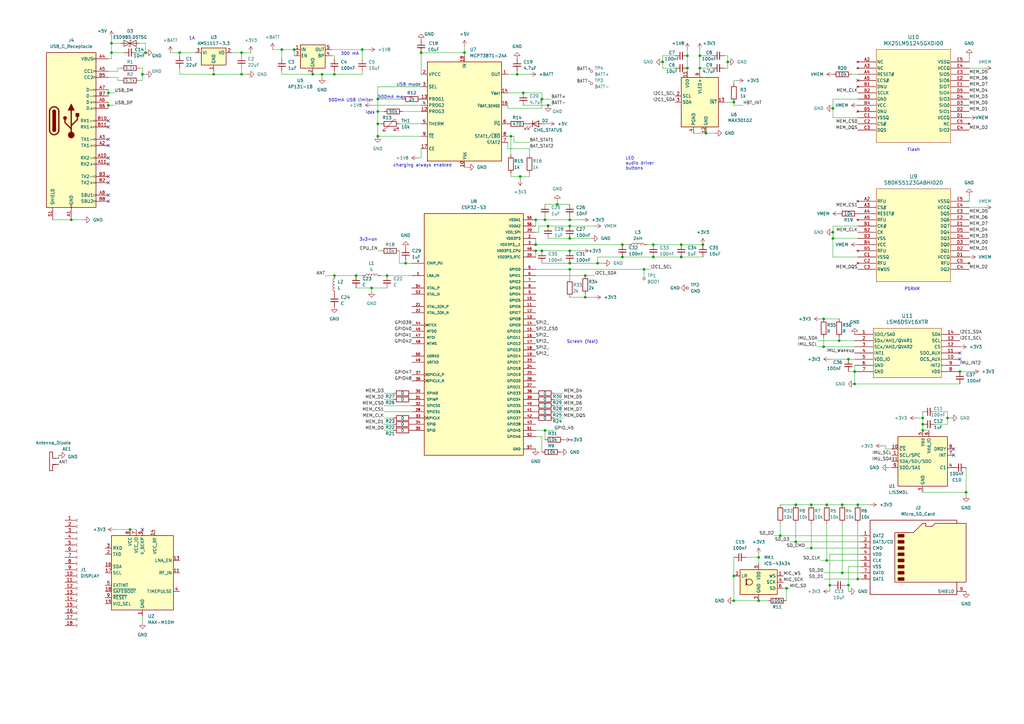
<source format=kicad_sch>
(kicad_sch (version 20230121) (generator eeschema)
  (paper "A3")
  (junction (at 255.27 105.41))
  (junction (at 99.06 30.48))
  (junction (at 339.09 207.01))
  (junction (at 326.39 222.25))
  (junction (at 233.68 90.17))
  (junction (at 311.15 228.6))
  (junction (at 219.71 100.33))
  (junction (at 154.94 45.72))
  (junction (at 45.72 17.78))
  (junction (at 347.98 147.32))
  (junction (at 222.25 102.87))
  (junction (at 190.5 21.59))
  (junction (at 120.65 20.32))
  (junction (at 115.57 20.32))
  (junction (at 378.46 173.99))
  (junction (at 137.16 113.03))
  (junction (at 337.82 130.81))
  (junction (at 345.44 207.01))
  (junction (at 388.62 171.45))
  (junction (at 281.94 27.94))
  (junction (at 154.94 50.8))
  (junction (at 166.37 107.95))
  (junction (at 341.63 44.45))
  (junction (at 154.94 55.88))
  (junction (at 298.45 25.4))
  (junction (at 240.03 121.92))
  (junction (at 45.72 21.59))
  (junction (at 222.25 40.64))
  (junction (at 29.21 90.17))
  (junction (at 300.99 236.22))
  (junction (at 340.36 240.03))
  (junction (at 212.09 30.48))
  (junction (at 271.78 25.4))
  (junction (at 44.45 38.1))
  (junction (at 53.34 217.17))
  (junction (at 219.71 90.17))
  (junction (at 326.39 207.01))
  (junction (at 396.24 201.93))
  (junction (at 87.63 30.48))
  (junction (at 345.44 234.95))
  (junction (at 209.55 55.88))
  (junction (at 300.99 41.91))
  (junction (at 158.75 113.03))
  (junction (at 267.97 100.33))
  (junction (at 332.74 207.01))
  (junction (at 233.68 102.87))
  (junction (at 233.68 107.95))
  (junction (at 255.27 100.33))
  (junction (at 44.45 43.18))
  (junction (at 279.4 105.41))
  (junction (at 154.94 40.64))
  (junction (at 99.06 21.59))
  (junction (at 344.17 139.7))
  (junction (at 224.79 43.18))
  (junction (at 223.52 176.53))
  (junction (at 378.46 176.53))
  (junction (at 228.6 83.82))
  (junction (at 287.02 22.86))
  (junction (at 152.4 118.11))
  (junction (at 137.16 30.48))
  (junction (at 351.79 237.49))
  (junction (at 146.05 113.03))
  (junction (at 378.46 171.45))
  (junction (at 350.52 157.48))
  (junction (at 287.02 27.94))
  (junction (at 341.63 97.79))
  (junction (at 289.56 54.61))
  (junction (at 347.98 240.03))
  (junction (at 219.71 102.87))
  (junction (at 214.63 38.1))
  (junction (at 233.68 110.49))
  (junction (at 281.94 22.86))
  (junction (at 148.59 20.32))
  (junction (at 58.42 30.48))
  (junction (at 59.69 21.59))
  (junction (at 213.36 72.39))
  (junction (at 350.52 152.4))
  (junction (at 339.09 229.87))
  (junction (at 332.74 224.79))
  (junction (at 223.52 90.17))
  (junction (at 267.97 105.41))
  (junction (at 240.03 113.03))
  (junction (at 172.72 21.59))
  (junction (at 279.4 100.33))
  (junction (at 337.82 142.24))
  (junction (at 322.58 241.3))
  (junction (at 224.79 92.71))
  (junction (at 245.11 107.95))
  (junction (at 128.27 30.48))
  (junction (at 341.63 95.25))
  (junction (at 233.68 97.79))
  (junction (at 351.79 207.01))
  (junction (at 300.99 246.38))
  (junction (at 73.66 21.59))
  (junction (at 393.7 152.4))
  (junction (at 320.04 219.71))
  (junction (at 288.29 100.33))
  (junction (at 132.08 30.48))
  (junction (at 233.68 92.71))
  (junction (at 264.16 110.49))
  (junction (at 311.15 246.38))
  (no_connect (at 44.45 82.55))
  (no_connect (at 393.7 144.78))
  (no_connect (at 351.79 33.02))
  (no_connect (at 44.45 57.15))
  (no_connect (at 391.16 184.15))
  (no_connect (at 391.16 186.69))
  (no_connect (at 393.7 147.32))
  (no_connect (at 44.45 59.69))
  (no_connect (at 44.45 74.93))
  (no_connect (at 44.45 80.01))
  (no_connect (at 58.42 217.17))
  (no_connect (at 44.45 49.53))
  (no_connect (at 44.45 67.31))
  (no_connect (at 44.45 72.39))
  (no_connect (at 44.45 52.07))
  (no_connect (at 44.45 64.77))
  (wire (pts (xy 292.1 22.86) (xy 287.02 22.86)))
  (wire (pts (xy 397.51 80.01) (xy 397.51 82.55)))
  (wire (pts (xy 271.78 22.86) (xy 271.78 25.4)))
  (wire (pts (xy 156.21 113.03) (xy 158.75 113.03)))
  (wire (pts (xy 298.45 22.86) (xy 297.18 22.86)))
  (wire (pts (xy 222.25 38.1) (xy 214.63 38.1)))
  (wire (pts (xy 73.66 21.59) (xy 80.01 21.59)))
  (wire (pts (xy 300.99 236.22) (xy 300.99 246.38)))
  (wire (pts (xy 240.03 120.65) (xy 240.03 121.92)))
  (wire (pts (xy 378.46 171.45) (xy 378.46 168.91)))
  (wire (pts (xy 341.63 105.41) (xy 341.63 97.79)))
  (wire (pts (xy 219.71 97.79) (xy 219.71 100.33)))
  (wire (pts (xy 311.15 246.38) (xy 300.99 246.38)))
  (wire (pts (xy 267.97 100.33) (xy 279.4 100.33)))
  (wire (pts (xy 115.57 30.48) (xy 128.27 30.48)))
  (wire (pts (xy 353.06 234.95) (xy 345.44 234.95)))
  (wire (pts (xy 353.06 232.41) (xy 347.98 232.41)))
  (wire (pts (xy 148.59 20.32) (xy 148.59 24.13)))
  (wire (pts (xy 383.54 168.91) (xy 388.62 168.91)))
  (wire (pts (xy 298.45 27.94) (xy 298.45 25.4)))
  (wire (pts (xy 341.63 44.45) (xy 341.63 48.26)))
  (wire (pts (xy 48.26 31.75) (xy 44.45 31.75)))
  (wire (pts (xy 311.15 228.6) (xy 311.15 231.14)))
  (wire (pts (xy 378.46 171.45) (xy 378.46 173.99)))
  (wire (pts (xy 292.1 27.94) (xy 287.02 27.94)))
  (wire (pts (xy 217.17 72.39) (xy 217.17 71.12)))
  (wire (pts (xy 347.98 147.32) (xy 350.52 147.32)))
  (wire (pts (xy 166.37 107.95) (xy 168.91 107.95)))
  (wire (pts (xy 21.59 90.17) (xy 29.21 90.17)))
  (wire (pts (xy 323.85 222.25) (xy 326.39 222.25)))
  (wire (pts (xy 135.89 20.32) (xy 148.59 20.32)))
  (wire (pts (xy 48.26 27.94) (xy 48.26 29.21)))
  (wire (pts (xy 228.6 83.82) (xy 233.68 83.82)))
  (wire (pts (xy 87.63 29.21) (xy 87.63 30.48)))
  (wire (pts (xy 341.63 92.71) (xy 351.79 92.71)))
  (wire (pts (xy 191.77 68.58) (xy 190.5 68.58)))
  (wire (pts (xy 267.97 105.41) (xy 279.4 105.41)))
  (wire (pts (xy 378.46 201.93) (xy 396.24 201.93)))
  (wire (pts (xy 59.69 17.78) (xy 59.69 21.59)))
  (wire (pts (xy 340.36 240.03) (xy 341.63 240.03)))
  (wire (pts (xy 364.49 191.77) (xy 365.76 191.77)))
  (wire (pts (xy 233.68 110.49) (xy 219.71 110.49)))
  (wire (pts (xy 219.71 176.53) (xy 223.52 176.53)))
  (wire (pts (xy 58.42 27.94) (xy 57.15 27.94)))
  (wire (pts (xy 137.16 22.86) (xy 135.89 22.86)))
  (wire (pts (xy 351.79 105.41) (xy 341.63 105.41)))
  (wire (pts (xy 340.36 147.32) (xy 347.98 147.32)))
  (wire (pts (xy 326.39 214.63) (xy 326.39 222.25)))
  (wire (pts (xy 356.87 207.01) (xy 351.79 207.01)))
  (wire (pts (xy 233.68 92.71) (xy 243.84 92.71)))
  (wire (pts (xy 154.94 102.87) (xy 156.21 102.87)))
  (wire (pts (xy 223.52 88.9) (xy 223.52 90.17)))
  (wire (pts (xy 337.82 142.24) (xy 350.52 142.24)))
  (wire (pts (xy 363.22 182.88) (xy 363.22 184.15)))
  (wire (pts (xy 165.1 45.72) (xy 172.72 45.72)))
  (wire (pts (xy 287.02 22.86) (xy 287.02 27.94)))
  (wire (pts (xy 276.86 22.86) (xy 271.78 22.86)))
  (wire (pts (xy 99.06 30.48) (xy 87.63 30.48)))
  (wire (pts (xy 298.45 25.4) (xy 298.45 22.86)))
  (wire (pts (xy 339.09 207.01) (xy 345.44 207.01)))
  (wire (pts (xy 208.28 60.96) (xy 217.17 60.96)))
  (wire (pts (xy 289.56 54.61) (xy 284.48 54.61)))
  (wire (pts (xy 231.14 171.45) (xy 227.33 171.45)))
  (wire (pts (xy 224.79 92.71) (xy 233.68 92.71)))
  (wire (pts (xy 231.14 163.83) (xy 227.33 163.83)))
  (wire (pts (xy 287.02 20.32) (xy 287.02 22.86)))
  (wire (pts (xy 281.94 27.94) (xy 281.94 22.86)))
  (wire (pts (xy 46.99 217.17) (xy 53.34 217.17)))
  (wire (pts (xy 157.48 163.83) (xy 161.29 163.83)))
  (wire (pts (xy 341.63 97.79) (xy 341.63 95.25)))
  (wire (pts (xy 281.94 29.21) (xy 281.94 27.94)))
  (wire (pts (xy 101.6 30.48) (xy 99.06 30.48)))
  (wire (pts (xy 233.68 90.17) (xy 238.76 90.17)))
  (wire (pts (xy 58.42 252.73) (xy 58.42 255.27)))
  (wire (pts (xy 44.45 43.18) (xy 46.99 43.18)))
  (wire (pts (xy 137.16 30.48) (xy 148.59 30.48)))
  (wire (pts (xy 393.7 157.48) (xy 350.52 157.48)))
  (wire (pts (xy 172.72 21.59) (xy 190.5 21.59)))
  (wire (pts (xy 240.03 113.03) (xy 219.71 113.03)))
  (wire (pts (xy 209.55 72.39) (xy 213.36 72.39)))
  (wire (pts (xy 208.28 44.45) (xy 222.25 44.45)))
  (wire (pts (xy 335.28 139.7) (xy 344.17 139.7)))
  (wire (pts (xy 219.71 100.33) (xy 255.27 100.33)))
  (wire (pts (xy 132.08 30.48) (xy 128.27 30.48)))
  (wire (pts (xy 157.48 161.29) (xy 161.29 161.29)))
  (wire (pts (xy 233.68 110.49) (xy 264.16 110.49)))
  (wire (pts (xy 264.16 110.49) (xy 264.16 114.3)))
  (wire (pts (xy 247.65 107.95) (xy 245.11 107.95)))
  (wire (pts (xy 44.45 38.1) (xy 44.45 39.37)))
  (wire (pts (xy 115.57 29.21) (xy 115.57 30.48)))
  (wire (pts (xy 44.45 38.1) (xy 46.99 38.1)))
  (wire (pts (xy 233.68 121.92) (xy 240.03 121.92)))
  (wire (pts (xy 44.45 41.91) (xy 44.45 43.18)))
  (wire (pts (xy 326.39 222.25) (xy 353.06 222.25)))
  (wire (pts (xy 222.25 40.64) (xy 226.06 40.64)))
  (wire (pts (xy 403.86 85.09) (xy 397.51 85.09)))
  (wire (pts (xy 157.48 171.45) (xy 161.29 171.45)))
  (wire (pts (xy 339.09 214.63) (xy 339.09 229.87)))
  (wire (pts (xy 49.53 27.94) (xy 48.26 27.94)))
  (wire (pts (xy 245.11 105.41) (xy 255.27 105.41)))
  (wire (pts (xy 219.71 102.87) (xy 222.25 102.87)))
  (wire (pts (xy 396.24 203.2) (xy 396.24 201.93)))
  (wire (pts (xy 48.26 29.21) (xy 44.45 29.21)))
  (wire (pts (xy 157.48 176.53) (xy 161.29 176.53)))
  (wire (pts (xy 340.36 227.33) (xy 340.36 240.03)))
  (wire (pts (xy 45.72 21.59) (xy 50.8 21.59)))
  (wire (pts (xy 300.99 43.18) (xy 300.99 41.91)))
  (wire (pts (xy 344.17 139.7) (xy 350.52 139.7)))
  (wire (pts (xy 95.25 21.59) (xy 99.06 21.59)))
  (wire (pts (xy 231.14 168.91) (xy 227.33 168.91)))
  (wire (pts (xy 255.27 100.33) (xy 257.81 100.33)))
  (wire (pts (xy 59.69 30.48) (xy 58.42 30.48)))
  (wire (pts (xy 222.25 40.64) (xy 222.25 38.1)))
  (wire (pts (xy 214.63 43.18) (xy 224.79 43.18)))
  (wire (pts (xy 300.99 41.91) (xy 297.18 41.91)))
  (wire (pts (xy 311.15 227.33) (xy 311.15 228.6)))
  (wire (pts (xy 34.29 90.17) (xy 29.21 90.17)))
  (wire (pts (xy 350.52 152.4) (xy 350.52 157.48)))
  (wire (pts (xy 48.26 33.02) (xy 48.26 31.75)))
  (wire (pts (xy 279.4 105.41) (xy 288.29 105.41)))
  (wire (pts (xy 146.05 118.11) (xy 152.4 118.11)))
  (wire (pts (xy 337.82 130.81) (xy 344.17 130.81)))
  (wire (pts (xy 222.25 107.95) (xy 233.68 107.95)))
  (wire (pts (xy 317.5 219.71) (xy 320.04 219.71)))
  (wire (pts (xy 341.63 97.79) (xy 351.79 97.79)))
  (wire (pts (xy 337.82 138.43) (xy 337.82 142.24)))
  (wire (pts (xy 306.07 228.6) (xy 311.15 228.6)))
  (wire (pts (xy 326.39 207.01) (xy 332.74 207.01)))
  (wire (pts (xy 154.94 35.56) (xy 172.72 35.56)))
  (wire (pts (xy 154.94 50.8) (xy 154.94 55.88)))
  (wire (pts (xy 133.35 113.03) (xy 137.16 113.03)))
  (wire (pts (xy 337.82 234.95) (xy 345.44 234.95)))
  (wire (pts (xy 152.4 118.11) (xy 158.75 118.11)))
  (wire (pts (xy 220.98 95.25) (xy 220.98 92.71)))
  (wire (pts (xy 345.44 214.63) (xy 345.44 234.95)))
  (wire (pts (xy 287.02 27.94) (xy 287.02 29.21)))
  (wire (pts (xy 58.42 27.94) (xy 58.42 30.48)))
  (wire (pts (xy 240.03 121.92) (xy 243.84 121.92)))
  (wire (pts (xy 163.83 107.95) (xy 166.37 107.95)))
  (wire (pts (xy 137.16 29.21) (xy 137.16 30.48)))
  (wire (pts (xy 222.25 102.87) (xy 233.68 102.87)))
  (wire (pts (xy 132.08 31.75) (xy 132.08 30.48)))
  (wire (pts (xy 320.04 207.01) (xy 326.39 207.01)))
  (wire (pts (xy 57.15 17.78) (xy 59.69 17.78)))
  (wire (pts (xy 265.43 100.33) (xy 267.97 100.33)))
  (wire (pts (xy 223.52 176.53) (xy 223.52 180.34)))
  (wire (pts (xy 99.06 27.94) (xy 99.06 30.48)))
  (wire (pts (xy 154.94 40.64) (xy 154.94 45.72)))
  (wire (pts (xy 163.83 50.8) (xy 172.72 50.8)))
  (wire (pts (xy 137.16 113.03) (xy 146.05 113.03)))
  (wire (pts (xy 341.63 44.45) (xy 341.63 40.64)))
  (wire (pts (xy 222.25 44.45) (xy 222.25 40.64)))
  (wire (pts (xy 271.78 25.4) (xy 271.78 27.94)))
  (wire (pts (xy 58.42 33.02) (xy 57.15 33.02)))
  (wire (pts (xy 45.72 17.78) (xy 49.53 17.78)))
  (wire (pts (xy 231.14 161.29) (xy 227.33 161.29)))
  (wire (pts (xy 297.18 27.94) (xy 298.45 27.94)))
  (wire (pts (xy 336.55 130.81) (xy 337.82 130.81)))
  (wire (pts (xy 336.55 229.87) (xy 339.09 229.87)))
  (wire (pts (xy 304.8 43.18) (xy 300.99 43.18)))
  (wire (pts (xy 349.25 30.48) (xy 351.79 30.48)))
  (wire (pts (xy 69.85 21.59) (xy 73.66 21.59)))
  (wire (pts (xy 351.79 214.63) (xy 351.79 237.49)))
  (wire (pts (xy 293.37 54.61) (xy 289.56 54.61)))
  (wire (pts (xy 378.46 173.99) (xy 378.46 176.53)))
  (wire (pts (xy 332.74 207.01) (xy 339.09 207.01)))
  (wire (pts (xy 361.95 182.88) (xy 363.22 182.88)))
  (wire (pts (xy 388.62 171.45) (xy 388.62 173.99)))
  (wire (pts (xy 341.63 95.25) (xy 341.63 92.71)))
  (wire (pts (xy 73.66 22.86) (xy 73.66 21.59)))
  (wire (pts (xy 152.4 43.18) (xy 172.72 43.18)))
  (wire (pts (xy 111.76 20.32) (xy 115.57 20.32)))
  (wire (pts (xy 344.17 138.43) (xy 344.17 139.7)))
  (wire (pts (xy 223.52 176.53) (xy 227.33 176.53)))
  (wire (pts (xy 388.62 168.91) (xy 388.62 171.45)))
  (wire (pts (xy 44.45 43.18) (xy 44.45 44.45)))
  (wire (pts (xy 45.72 15.24) (xy 45.72 17.78)))
  (wire (pts (xy 49.53 33.02) (xy 48.26 33.02)))
  (wire (pts (xy 223.52 50.8) (xy 224.79 50.8)))
  (wire (pts (xy 212.09 29.21) (xy 212.09 30.48)))
  (wire (pts (xy 388.62 173.99) (xy 383.54 173.99)))
  (wire (pts (xy 322.58 241.3) (xy 322.58 246.38)))
  (wire (pts (xy 223.52 90.17) (xy 219.71 90.17)))
  (wire (pts (xy 351.79 237.49) (xy 337.82 237.49)))
  (wire (pts (xy 209.55 55.88) (xy 210.82 55.88)))
  (wire (pts (xy 208.28 58.42) (xy 208.28 60.96)))
  (wire (pts (xy 223.52 90.17) (xy 233.68 90.17)))
  (wire (pts (xy 120.65 20.32) (xy 120.65 22.86)))
  (wire (pts (xy 219.71 105.41) (xy 219.71 102.87)))
  (wire (pts (xy 190.5 21.59) (xy 190.5 22.86)))
  (wire (pts (xy 213.36 73.66) (xy 213.36 72.39)))
  (wire (pts (xy 264.16 110.49) (xy 266.7 110.49)))
  (wire (pts (xy 208.28 55.88) (xy 209.55 55.88)))
  (wire (pts (xy 115.57 24.13) (xy 115.57 20.32)))
  (wire (pts (xy 397.51 22.86) (xy 397.51 25.4)))
  (wire (pts (xy 322.58 241.3) (xy 323.85 241.3)))
  (wire (pts (xy 219.71 90.17) (xy 219.71 92.71)))
  (wire (pts (xy 157.48 166.37) (xy 168.91 166.37)))
  (wire (pts (xy 148.59 113.03) (xy 146.05 113.03)))
  (wire (pts (xy 58.42 30.48) (xy 58.42 33.02)))
  (wire (pts (xy 190.5 19.05) (xy 190.5 21.59)))
  (wire (pts (xy 350.52 149.86) (xy 350.52 152.4)))
  (wire (pts (xy 233.68 88.9) (xy 233.68 90.17)))
  (wire (pts (xy 233.68 102.87) (xy 238.76 102.87)))
  (wire (pts (xy 45.72 21.59) (xy 45.72 24.13)))
  (wire (pts (xy 228.6 82.55) (xy 228.6 83.82)))
  (wire (pts (xy 148.59 20.32) (xy 151.13 20.32)))
  (wire (pts (xy 330.2 224.79) (xy 332.74 224.79)))
  (wire (pts (xy 148.59 29.21) (xy 148.59 30.48)))
  (wire (pts (xy 73.66 30.48) (xy 73.66 27.94)))
  (wire (pts (xy 73.66 30.48) (xy 87.63 30.48)))
  (wire (pts (xy 45.72 17.78) (xy 45.72 21.59)))
  (wire (pts (xy 53.34 217.17) (xy 55.88 217.17)))
  (wire (pts (xy 353.06 227.33) (xy 340.36 227.33)))
  (wire (pts (xy 166.37 106.68) (xy 166.37 107.95)))
  (wire (pts (xy 208.28 43.18) (xy 208.28 44.45)))
  (wire (pts (xy 363.22 184.15) (xy 365.76 184.15)))
  (wire (pts (xy 389.89 171.45) (xy 388.62 171.45)))
  (wire (pts (xy 115.57 20.32) (xy 120.65 20.32)))
  (wire (pts (xy 45.72 24.13) (xy 44.45 24.13)))
  (wire (pts (xy 212.09 30.48) (xy 208.28 30.48)))
  (wire (pts (xy 231.14 166.37) (xy 227.33 166.37)))
  (wire (pts (xy 210.82 58.42) (xy 217.17 58.42)))
  (wire (pts (xy 213.36 72.39) (xy 217.17 72.39)))
  (wire (pts (xy 222.25 179.07) (xy 222.25 185.42)))
  (wire (pts (xy 353.06 237.49) (xy 351.79 237.49)))
  (wire (pts (xy 233.68 107.95) (xy 245.11 107.95)))
  (wire (pts (xy 378.46 176.53) (xy 381 176.53)))
  (wire (pts (xy 99.06 21.59) (xy 102.87 21.59)))
  (wire (pts (xy 99.06 22.86) (xy 99.06 21.59)))
  (wire (pts (xy 347.98 232.41) (xy 347.98 240.03)))
  (wire (pts (xy 321.31 241.3) (xy 322.58 241.3)))
  (wire (pts (xy 163.83 102.87) (xy 163.83 107.95)))
  (wire (pts (xy 154.94 40.64) (xy 165.1 40.64)))
  (wire (pts (xy 132.08 30.48) (xy 137.16 30.48)))
  (wire (pts (xy 281.94 20.32) (xy 281.94 22.86)))
  (wire (pts (xy 208.28 38.1) (xy 214.63 38.1)))
  (wire (pts (xy 271.78 27.94) (xy 276.86 27.94)))
  (wire (pts (xy 340.36 240.03) (xy 340.36 242.57)))
  (wire (pts (xy 347.98 152.4) (xy 350.52 152.4)))
  (wire (pts (xy 24.13 186.69) (xy 24.13 187.96)))
  (wire (pts (xy 137.16 22.86) (xy 137.16 24.13)))
  (wire (pts (xy 157.48 173.99) (xy 161.29 173.99)))
  (wire (pts (xy 224.79 43.18) (xy 226.06 43.18)))
  (wire (pts (xy 300.99 33.02) (xy 300.99 34.29)))
  (wire (pts (xy 396.24 201.93) (xy 396.24 191.77)))
  (wire (pts (xy 158.75 113.03) (xy 168.91 113.03)))
  (wire (pts (xy 172.72 64.77) (xy 172.72 60.96)))
  (wire (pts (xy 224.79 97.79) (xy 233.68 97.79)))
  (wire (pts (xy 217.17 30.48) (xy 212.09 30.48)))
  (wire (pts (xy 393.7 152.4) (xy 398.78 152.4)))
  (wire (pts (xy 154.94 55.88) (xy 172.72 55.88)))
  (wire (pts (xy 219.71 179.07) (xy 222.25 179.07)))
  (wire (pts (xy 345.44 207.01) (xy 351.79 207.01)))
  (wire (pts (xy 223.52 83.82) (xy 228.6 83.82)))
  (wire (pts (xy 311.15 246.38) (xy 314.96 246.38)))
  (wire (pts (xy 243.84 113.03) (xy 240.03 113.03)))
  (wire (pts (xy 219.71 95.25) (xy 220.98 95.25)))
  (wire (pts (xy 152.4 118.11) (xy 152.4 119.38)))
  (wire (pts (xy 332.74 214.63) (xy 332.74 224.79)))
  (wire (pts (xy 154.94 45.72) (xy 154.94 50.8)))
  (wire (pts (xy 339.09 229.87) (xy 353.06 229.87)))
  (wire (pts (xy 320.04 219.71) (xy 353.06 219.71)))
  (wire (pts (xy 255.27 105.41) (xy 267.97 105.41)))
  (wire (pts (xy 172.72 21.59) (xy 172.72 30.48)))
  (wire (pts (xy 320.04 214.63) (xy 320.04 219.71)))
  (wire (pts (xy 300.99 33.02) (xy 302.26 33.02)))
  (wire (pts (xy 233.68 110.49) (xy 233.68 114.3)))
  (wire (pts (xy 332.74 224.79) (xy 353.06 224.79)))
  (wire (pts (xy 209.55 72.39) (xy 209.55 71.12)))
  (wire (pts (xy 403.86 27.94) (xy 397.51 27.94)))
  (wire (pts (xy 279.4 100.33) (xy 288.29 100.33)))
  (wire (pts (xy 157.48 168.91) (xy 168.91 168.91)))
  (wire (pts (xy 300.99 228.6) (xy 300.99 236.22)))
  (wire (pts (xy 210.82 55.88) (xy 210.82 58.42)))
  (wire (pts (xy 341.63 40.64) (xy 351.79 40.64)))
  (wire (pts (xy 154.94 45.72) (xy 157.48 45.72)))
  (wire (pts (xy 375.92 171.45) (xy 378.46 171.45)))
  (wire (pts (xy 209.55 55.88) (xy 209.55 63.5)))
  (wire (pts (xy 335.28 142.24) (xy 337.82 142.24)))
  (wire (pts (xy 217.17 60.96) (xy 217.17 63.5)))
  (wire (pts (xy 346.71 240.03) (xy 347.98 240.03)))
  (wire (pts (xy 154.94 50.8) (xy 156.21 50.8)))
  (wire (pts (xy 154.94 35.56) (xy 154.94 40.64)))
  (wire (pts (xy 171.45 64.77) (xy 172.72 64.77)))
  (wire (pts (xy 351.79 48.26) (xy 341.63 48.26)))
  (wire (pts (xy 245.11 105.41) (xy 245.11 107.95)))
  (wire (pts (xy 59.69 21.59) (xy 55.88 21.59)))
  (wire (pts (xy 242.57 97.79) (xy 233.68 97.79)))
  (wire (pts (xy 44.45 36.83) (xy 44.45 38.1)))
  (wire (pts (xy 220.98 92.71) (xy 224.79 92.71)))
  (wire (pts (xy 347.98 240.03) (xy 347.98 242.57)))
  (text "USB mode" (at 162.56 35.56 0) (effects (font (size 1.27 1.27)) (justify left bottom)))
  (text "300 mA" (at 139.7 22.86 0) (effects (font (size 1.27 1.27)) (justify left bottom)))
  (text "500mA USB limiter\n" (at 134.62 41.91 0) (effects (font (size 1.27 1.27)) (justify left bottom)))
  (text "Screen (fast)" (at 232.41 140.97 0) (effects (font (size 1.27 1.27)) (justify left bottom)))
  (text "1A" (at 77.47 16.51 0) (effects (font (size 1.27 1.27)) (justify left bottom)))
  (text "idek" (at 149.86 46.99 0) (effects (font (size 1.27 1.27)) (justify left bottom)))
  (text "Flash" (at 372.11 62.23 0) (effects (font (size 1.27 1.27)) (justify left bottom)))
  (text "charging always enabled" (at 161.29 68.58 0) (effects (font (size 1.27 1.27)) (justify left bottom)))
  (text "500mA max" (at 154.94 40.64 0) (effects (font (size 1.27 1.27)) (justify left bottom)))
  (text "3v3=on" (at 147.32 99.06 0) (effects (font (size 1.27 1.27)) (justify left bottom)))
  (text "PSRAM" (at 370.84 119.38 0) (effects (font (size 1.27 1.27)) (justify left bottom)))
  (text "LED\naudio driver\nbuttons" (at 256.54 69.85 0) (effects (font (size 1.27 1.27)) (justify left bottom)))
  (label "MEM_D5" (at 231.14 163.83 0))
  (label "BATT-" (at 242.57 34.29 180))
  (label "MEM_D5" (at 397.51 87.63 0))
  (label "MEM_D1" (at 397.51 102.87 0))
  (label "MEM_CS1" (at 157.48 168.91 180))
  (label "MEM_D2" (at 397.51 110.49 0))
  (label "MEM_D7" (at 397.51 92.71 0))
  (label "MEM_CLK" (at 157.48 171.45 180))
  (label "MIC_SCK" (at 321.31 238.76 0))
  (label "HBT_INT" (at 304.8 43.18 0))
  (label "BATT+" (at 226.06 40.64 0))
  (label "MEM_D3" (at 157.48 161.29 180))
  (label "IMU_Wakeup" (at 350.52 144.78 180))
  (label "I2C1_SDA" (at 243.84 113.03 0))
  (label "MEM_D1" (at 397.51 45.72 0))
  (label "BATT-" (at 226.06 43.18 0))
  (label "MEM_D0" (at 397.51 100.33 0))
  (label "I2C1_SDA" (at 276.86 41.91 180))
  (label "USB_DP" (at 46.99 43.18 0))
  (label "ANT" (at 133.35 113.03 180))
  (label "IMU_SDA" (at 365.76 189.23 180))
  (label "MEM_D6" (at 397.51 33.02 0))
  (label "MIC_SD" (at 323.85 241.3 0))
  (label "MIC_WS" (at 321.31 236.22 0))
  (label "I2C1_SDA" (at 393.7 137.16 0))
  (label "CPU_EN" (at 154.94 102.87 180))
  (label "MEM_D7" (at 397.51 35.56 0))
  (label "I2C1_SCL" (at 393.7 139.7 0))
  (label "MEM_D7" (at 231.14 168.91 0))
  (label "MEM_D6" (at 231.14 166.37 0))
  (label "MEM_CS1" (at 351.79 85.09 180))
  (label "GPIO_45" (at 227.33 176.53 0))
  (label "SPI2_" (at 219.71 146.05 0))
  (label "MEM_CS0" (at 351.79 50.8 180))
  (label "IMU_SCL" (at 365.76 186.69 180))
  (label "MEM_DQS" (at 231.14 171.45 0))
  (label "MEM_CLK" (at 351.79 95.25 180))
  (label "MEM_D0" (at 397.51 43.18 0))
  (label "MEM_CS0" (at 157.48 166.37 180))
  (label "GPIO41" (at 168.91 138.43 180))
  (label "MEM_D5" (at 397.51 30.48 0))
  (label "BAT_STAT1" (at 217.17 58.42 0))
  (label "MEM_D6" (at 397.51 90.17 0))
  (label "SD_D2" (at 317.5 219.71 180))
  (label "MEM_CLK" (at 351.79 38.1 180))
  (label "MEM_D2" (at 397.51 53.34 0))
  (label "MEM_D3" (at 397.51 97.79 0))
  (label "MEM_DQS" (at 351.79 110.49 180))
  (label "SPI2_" (at 219.71 133.35 0))
  (label "BAT_STAT2" (at 217.17 60.96 0))
  (label "SPI2_" (at 219.71 143.51 0))
  (label "GPIO40" (at 168.91 135.89 180))
  (label "SD_CMD" (at 330.2 224.79 180))
  (label "SPI2_" (at 219.71 138.43 0))
  (label "MEM_D3" (at 397.51 40.64 0))
  (label "GPIO39" (at 168.91 133.35 180))
  (label "SPI2_CS0" (at 219.71 135.89 0))
  (label "MEM_D4" (at 231.14 161.29 0))
  (label "USB_DM" (at 46.99 38.1 0))
  (label "ANT" (at 24.13 190.5 0))
  (label "IMU_INT2" (at 393.7 149.86 0))
  (label "GPIO48" (at 168.91 156.21 180))
  (label "SD_D1" (at 337.82 237.49 180))
  (label "MEM_D4" (at 397.51 38.1 0))
  (label "MEM_DQS" (at 351.79 53.34 180))
  (label "I2C1_SCL" (at 266.7 110.49 0))
  (label "IMU_SDA" (at 335.28 139.7 180))
  (label "SD_CLK" (at 336.55 229.87 180))
  (label "IMU_SCL" (at 335.28 142.24 180))
  (label "MEM_D0" (at 157.48 176.53 180))
  (label "MEM_D4" (at 397.51 95.25 0))
  (label "MEM_D1" (at 157.48 173.99 180))
  (label "SD_D3" (at 323.85 222.25 180))
  (label "SPI2_" (at 219.71 140.97 0))
  (label "BATT+" (at 242.57 29.21 180))
  (label "I2C1_SCL" (at 276.86 39.37 180))
  (label "GPIO47" (at 168.91 153.67 180))
  (label "MEM_D2" (at 157.48 163.83 180))
  (label "SD_D0" (at 337.82 234.95 180))
  (label "GPIO42" (at 168.91 140.97 180))
  (symbol (lib_id "power:GND") (at 229.87 185.42 90) (unit 1)
    (property "Reference" "#PWR027" (effects hide))
    (property "Value" "GND" (at 233.68 185.42 90) (effects (justify right)))
  )
  (symbol (lib_id "power:+3V3") (at 231.14 180.34 270) (unit 1)
    (property "Reference" "#PWR066" (effects hide))
    (property "Value" "+3V3" (at 236.22 180.34 90))
  )
  (symbol (lib_id "Battery_Management:MCP73871-2AA") (at 190.5 45.72 0) (unit 1)
    (property "Reference" "U7" (at 192.6941 20.32 0) (effects (justify left)))
    (property "Value" "MCP73871-2AA" (at 192.6941 22.86 0) (effects (justify left)))
    (property "Footprint" "Package_DFN_QFN:QFN-20-1EP_4x4mm_P0.5mm_EP2.5x2.5mm" (effects hide))
    (property "Datasheet" "http://www.mouser.com/ds/2/268/22090a-52174.pdf" (effects hide))
  )
  (symbol (lib_id "Device:C_Small") (at 223.52 86.36 0) (unit 1)
    (property "Reference" "C25" (at 226.06 85.0963 0) (effects (justify left)))
    (property "Value" "1uF" (at 226.06 87.6363 0) (effects (justify left)))
    (property "Footprint" "Capacitor_SMD:C_0402_1005Metric" (effects hide))
  )
  (symbol (lib_id "power:GND") (at 212.09 24.13 180) (unit 1)
    (property "Reference" "#PWR041" (effects hide))
    (property "Value" "GND" (at 212.09 19.05 0))
  )
  (symbol (lib_id "power:+3V3") (at 46.99 217.17 90) (unit 1)
    (property "Reference" "#PWR026" (effects hide))
    (property "Value" "+3V3" (at 38.1 217.17 90) (effects (justify right)))
  )
  (symbol (lib_id "power:+1V8") (at 171.45 64.77 90) (unit 1)
    (property "Reference" "#PWR030" (effects hide))
    (property "Value" "+1V8" (at 167.64 64.77 90) (effects (justify left)))
  )
  (symbol (lib_id "Device:C_Small") (at 214.63 40.64 0) (unit 1)
    (property "Reference" "C20" (at 217.17 39.3763 0) (effects (justify left)))
    (property "Value" "4.7uF" (at 217.17 41.9163 0) (effects (justify left)))
    (property "Footprint" "Capacitor_SMD:C_0603_1608Metric" (effects hide))
  )
  (symbol (lib_id "Device:C_Small") (at 137.16 123.19 0) (unit 1)
    (property "Reference" "C24" (at 139.7 121.9263 0) (effects (justify left)))
    (property "Value" "C" (at 139.7 124.4663 0) (effects (justify left)))
  )
  (symbol (lib_id "Device:C_Small") (at 279.4 102.87 0) (unit 1)
    (property "Reference" "C34" (at 281.94 101.6063 0) (effects (justify left)))
    (property "Value" "1uF" (at 281.94 104.1463 0) (effects (justify left)))
    (property "Footprint" "Capacitor_SMD:C_0402_1005Metric" (effects hide))
  )
  (symbol (lib_id "Device:C_Small") (at 344.17 240.03 270) (unit 1)
    (property "Reference" "C13" (at 344.17 242.57 90))
    (property "Value" "10uF" (at 344.17 245.11 90))
    (property "Footprint" "Capacitor_SMD:C_0402_1005Metric" (effects hide))
  )
  (symbol (lib_id "power:+1V8") (at 152.4 43.18 90) (unit 1)
    (property "Reference" "#PWR031" (effects hide))
    (property "Value" "+1V8" (at 148.59 43.18 90) (effects (justify left)))
  )
  (symbol (lib_id "Device:R") (at 240.03 116.84 0) (unit 1)
    (property "Reference" "R34" (at 241.3 115.57 0) (effects (justify left)))
    (property "Value" "2k" (at 241.3 118.11 0) (effects (justify left)))
    (property "Footprint" "Resistor_SMD:R_0402_1005Metric" (effects hide))
  )
  (symbol (lib_id "Device:Antenna_Dipole") (at 19.05 190.5 90) (unit 1)
    (property "Reference" "AE1" (at 29.21 184.15 90) (effects (justify left)))
    (property "Value" "Antenna_Dipole" (at 29.21 181.61 90) (effects (justify left)))
    (property "Footprint" "RF_Antenna:Texas_SWRA117D_2.4GHz_Right" (effects hide))
  )
  (symbol (lib_id "Device:C_Small") (at 255.27 102.87 0) (unit 1)
    (property "Reference" "C32" (at 257.81 101.6063 0) (effects (justify left)))
    (property "Value" "100nF" (at 257.81 104.1463 0) (effects (justify left)))
    (property "Footprint" "Capacitor_SMD:C_0201_0603Metric" (effects hide))
  )
  (symbol (lib_id "Connector:Conn_01x18_Socket") (at 31.75 233.68 0) (unit 1)
    (property "Reference" "J1" (at 33.02 233.68 0) (effects (justify left)))
    (property "Value" "DISPLAY" (at 33.02 236.22 0) (effects (justify left)))
    (property "Footprint" "Connector_FFC-FPC:Hirose_FH12-18S-0.5SH_1x18-1MP_P0.50mm_Horizontal" (effects hide))
  )
  (symbol (lib_id "power:GND") (at 389.89 171.45 90) (unit 1)
    (property "Reference" "#PWR018" (effects hide))
    (property "Value" "GND" (at 393.7 171.45 90) (effects (justify right)))
  )
  (symbol (lib_id "power:VMEM") (at 243.84 92.71 270) (unit 1)
    (property "Reference" "#PWR053" (effects hide))
    (property "Value" "VMEM" (at 247.65 92.71 90) (effects (justify left)))
  )
  (symbol (lib_id "power:VMEM") (at 344.17 87.63 90) (unit 1)
    (property "Reference" "#PWR054" (effects hide))
    (property "Value" "VMEM" (at 340.36 87.63 90) (effects (justify left)))
  )
  (symbol (lib_id "power:+3V3") (at 243.84 121.92 270) (unit 1)
    (property "Reference" "#PWR073" (effects hide))
    (property "Value" "+3V3" (at 247.65 121.92 90) (effects (justify left)))
  )
  (symbol (lib_id "power:GND") (at 281.94 118.11 270) (unit 1)
    (property "Reference" "#PWR033" (effects hide))
    (property "Value" "GND" (at 276.86 118.11 90))
  )
  (symbol (lib_id "RF_GPS:MAX-M10M") (at 58.42 234.95 0) (unit 1)
    (property "Reference" "U2" (at 60.6141 252.73 0) (effects (justify left)))
    (property "Value" "MAX-M10M" (at 60.6141 255.27 0) (effects (justify left)))
    (property "Footprint" "RF_GPS:ublox_MAX" (effects hide))
    (property "Datasheet" "https://content.u-blox.com/sites/default/files/documents/MAX-M10M_DataSheet_UBX-22028884.pdf" (effects hide))
  )
  (symbol (lib_id "power:GND") (at 219.71 184.15 0) (unit 1)
    (property "Reference" "#PWR055" (effects hide))
    (property "Value" "GND" (at 219.71 189.23 0))
  )
  (symbol (lib_id "Device:C_Small") (at 99.06 25.4 0) (unit 1)
    (property "Reference" "C2" (at 101.6 24.1363 0) (effects (justify left)))
    (property "Value" "22uF" (at 101.6 26.6763 0) (effects (justify left)))
    (property "Footprint" "Capacitor_SMD:C_0603_1608Metric" (effects hide))
  )
  (symbol (lib_id "Device:R") (at 344.17 134.62 0) (unit 1)
    (property "Reference" "R36" (at 345.44 133.35 0) (effects (justify left)))
    (property "Value" "R" (at 345.44 135.89 0) (effects (justify left)))
    (property "Footprint" "Resistor_SMD:R_0402_1005Metric" (effects hide))
  )
  (symbol (lib_id "Device:R") (at 165.1 161.29 90) (unit 1)
    (property "Reference" "R27" (at 160.02 162.56 90))
    (property "Value" "0" (at 165.1 161.29 90))
    (property "Footprint" "Resistor_SMD:R_0402_1005Metric" (effects hide))
  )
  (symbol (lib_id "Device:R") (at 347.98 87.63 90) (unit 1)
    (property "Reference" "R19" (at 347.98 90.17 90))
    (property "Value" "10k" (at 347.98 87.63 90))
    (property "Footprint" "Resistor_SMD:R_0402_1005Metric" (effects hide))
  )
  (symbol (lib_id "power:+5V") (at 190.5 19.05 0) (unit 1)
    (property "Reference" "#PWR034" (effects hide))
    (property "Value" "+5V" (at 190.5 13.97 0))
  )
  (symbol (lib_id "power:VMEM") (at 397.51 48.26 270) (unit 1)
    (property "Reference" "#PWR064" (effects hide))
    (property "Value" "VMEM" (at 400.05 48.26 90) (effects (justify left)))
  )
  (symbol (lib_id "Device:R") (at 223.52 171.45 270) (mirror x) (unit 1)
    (property "Reference" "R24" (at 228.6 172.72 90))
    (property "Value" "0" (at 223.52 171.45 90))
    (property "Footprint" "Resistor_SMD:R_0402_1005Metric" (effects hide))
  )
  (symbol (lib_id "Connector:TestPoint_Small") (at 264.16 114.3 0) (unit 1)
    (property "Reference" "TP1" (at 265.43 113.03 0) (effects (justify left)))
    (property "Value" "BOOT" (at 265.43 115.57 0) (effects (justify left)))
    (property "Footprint" "TestPoint:TestPoint_Pad_D2.0mm" (effects hide))
  )
  (symbol (lib_id "Device:R") (at 165.1 171.45 90) (unit 1)
    (property "Reference" "R23" (at 160.02 172.72 90))
    (property "Value" "0" (at 165.1 171.45 90))
    (property "Footprint" "Resistor_SMD:R_0402_1005Metric" (effects hide))
  )
  (symbol (lib_id "power:VMEM") (at 341.63 30.48 90) (unit 1)
    (property "Reference" "#PWR060" (effects hide))
    (property "Value" "VMEM" (at 337.82 30.48 90) (effects (justify left)))
  )
  (symbol (lib_id "Connector:TestPoint_Small") (at 242.57 29.21 0) (unit 1)
    (property "Reference" "TP4" (at 243.84 27.94 0) (effects (justify left)))
    (property "Value" "BATT+" (at 243.84 30.48 0) (effects (justify left)))
    (property "Footprint" "TestPoint:TestPoint_Pad_D2.5mm" (effects hide))
  )
  (symbol (lib_id "power:VMEM") (at 351.79 100.33 90) (unit 1)
    (property "Reference" "#PWR059" (effects hide))
    (property "Value" "VMEM" (at 347.98 100.33 90) (effects (justify left)))
  )
  (symbol (lib_id "Device:L") (at 261.62 100.33 90) (unit 1)
    (property "Reference" "L3" (at 261.62 95.25 90))
    (property "Value" "2nH" (at 261.62 97.79 90))
  )
  (symbol (lib_id "power:GND") (at 59.69 21.59 90) (unit 1)
    (property "Reference" "#PWR028" (effects hide))
    (property "Value" "GND" (at 62.23 22.86 90) (effects (justify right)))
  )
  (symbol (lib_id "power:+3V3") (at 213.36 73.66 180) (unit 1)
    (property "Reference" "#PWR039" (effects hide))
    (property "Value" "+3V3" (at 213.36 78.74 0))
  )
  (symbol (lib_id "Device:R") (at 300.99 38.1 180) (unit 1)
    (property "Reference" "R3" (at 303.53 36.83 0) (effects (justify right)))
    (property "Value" "1k" (at 303.53 39.37 0) (effects (justify right)))
    (property "Footprint" "Resistor_SMD:R_0402_1005Metric" (effects hide))
  )
  (symbol (lib_id "Device:C_Small") (at 146.05 115.57 0) (unit 1)
    (property "Reference" "C23" (at 148.59 114.3063 0) (effects (justify left)))
    (property "Value" "C" (at 148.59 116.8463 0) (effects (justify left)))
  )
  (symbol (lib_id "power:VMEM") (at 351.79 43.18 90) (unit 1)
    (property "Reference" "#PWR062" (effects hide))
    (property "Value" "VMEM" (at 347.98 43.18 90) (effects (justify left)))
  )
  (symbol (lib_id "Device:C_Small") (at 166.37 104.14 180) (unit 1)
    (property "Reference" "C29" (at 168.91 102.8636 0) (effects (justify right)))
    (property "Value" "1uF" (at 168.91 105.4036 0) (effects (justify right)))
    (property "Footprint" "Capacitor_SMD:C_0402_1005Metric" (effects hide))
  )
  (symbol (lib_id "Device:R") (at 161.29 45.72 90) (unit 1)
    (property "Reference" "R13" (at 158.75 48.26 90))
    (property "Value" "50k" (at 161.29 45.72 90))
    (property "Footprint" "Resistor_SMD:R_0402_1005Metric" (effects hide))
  )
  (symbol (lib_id "power:GND") (at 396.24 203.2 0) (unit 1)
    (property "Reference" "#PWR017" (effects hide))
    (property "Value" "GND" (at 396.24 208.28 0))
  )
  (symbol (lib_id "Device:R") (at 53.34 33.02 90) (unit 1)
    (property "Reference" "R2" (at 53.34 30.48 90))
    (property "Value" "5.1k" (at 53.34 33.02 90))
    (property "Footprint" "Resistor_SMD:R_0402_1005Metric" (effects hide))
  )
  (symbol (lib_id "Custom_PSRAM:S80KS5123GABHI020") (at 351.79 82.55 0) (unit 1)
    (property "Reference" "U9" (at 374.65 72.39 0) (effects (font (size 1.524 1.524))))
    (property "Value" "S80KS5123GABHI020" (at 374.65 74.93 0) (effects (font (size 1.524 1.524))))
    (property "Footprint" "S80KS5123GABHI020:PG-BGA-24-801" (effects hide))
    (property "Datasheet" "S80KS5123GABHI020" (effects hide))
  )
  (symbol (lib_id "Device:LED") (at 219.71 50.8 0) (unit 1)
    (property "Reference" "D2" (at 223.52 49.53 0))
    (property "Value" "CHG_STATUS" (at 224.79 53.34 0))
  )
  (symbol (lib_id "power:+1V8") (at 281.94 20.32 0) (unit 1)
    (property "Reference" "#PWR010" (effects hide))
    (property "Value" "+1V8" (at 278.13 17.78 0))
  )
  (symbol (lib_id "power:GND") (at 341.63 44.45 270) (unit 1)
    (property "Reference" "#PWR061" (effects hide))
    (property "Value" "GND" (at 337.82 44.45 90) (effects (justify right)))
  )
  (symbol (lib_id "power:+3V3") (at 393.7 142.24 270) (unit 1)
    (property "Reference" "#PWR076" (effects hide))
    (property "Value" "+3V3" (at 397.51 142.24 90) (effects (justify left)))
  )
  (symbol (lib_id "Device:R") (at 217.17 67.31 0) (unit 1)
    (property "Reference" "R16" (at 218.44 66.04 0) (effects (justify left)))
    (property "Value" "1k" (at 218.44 68.58 0) (effects (justify left)))
    (property "Footprint" "Resistor_SMD:R_0402_1005Metric" (effects hide))
  )
  (symbol (lib_id "power:+5V") (at 45.72 15.24 0) (unit 1)
    (property "Reference" "#PWR05" (effects hide))
    (property "Value" "+5V" (at 41.91 12.7 0))
  )
  (symbol (lib_id "power:GND") (at 152.4 119.38 0) (unit 1)
    (property "Reference" "#PWR047" (effects hide))
    (property "Value" "GND" (at 152.4 124.46 0))
  )
  (symbol (lib_id "Device:R") (at 209.55 67.31 0) (unit 1)
    (property "Reference" "R15" (at 210.82 66.04 0) (effects (justify left)))
    (property "Value" "1k" (at 210.82 68.58 0) (effects (justify left)))
    (property "Footprint" "Resistor_SMD:R_0402_1005Metric" (effects hide))
  )
  (symbol (lib_id "power:GND") (at 300.99 246.38 270) (unit 1)
    (property "Reference" "#PWR02" (effects hide))
    (property "Value" "GND" (at 297.18 246.38 90) (effects (justify right)))
  )
  (symbol (lib_id "power:+3V3") (at 375.92 171.45 90) (unit 1)
    (property "Reference" "#PWR019" (effects hide))
    (property "Value" "+3V3" (at 372.11 171.45 90) (effects (justify left)))
  )
  (symbol (lib_id "Custom_Flash:MX25LM51245GXDI00") (at 351.79 25.4 0) (unit 1)
    (property "Reference" "U10" (at 374.65 15.24 0) (effects (font (size 1.524 1.524))))
    (property "Value" "MX25LM51245GXDI00" (at 374.65 17.78 0) (effects (font (size 1.524 1.524))))
    (property "Footprint" "MX25UM51245G:CSP24_6X8X1.2_MAC" (effects hide))
    (property "Datasheet" "https://www.macronix.com/Lists/Datasheet/Attachments/8967/MX25UM51245G,%201.8V,%20512Mb,%20v1.5.pdf" (effects hide))
  )
  (symbol (lib_id "Device:R") (at 337.82 134.62 0) (unit 1)
    (property "Reference" "R35" (at 339.09 133.35 0) (effects (justify left)))
    (property "Value" "R" (at 339.09 135.89 0) (effects (justify left)))
    (property "Footprint" "Resistor_SMD:R_0402_1005Metric" (effects hide))
  )
  (symbol (lib_id "power:+3V3") (at 311.15 227.33 0) (unit 1)
    (property "Reference" "#PWR07" (effects hide))
    (property "Value" "+3V3" (at 311.15 222.25 0))
  )
  (symbol (lib_id "Device:R") (at 223.52 168.91 270) (mirror x) (unit 1)
    (property "Reference" "R25" (at 228.6 170.18 90))
    (property "Value" "0" (at 223.52 168.91 90))
    (property "Footprint" "Resistor_SMD:R_0402_1005Metric" (effects hide))
  )
  (symbol (lib_id "Connector:TestPoint_Small") (at 242.57 34.29 0) (unit 1)
    (property "Reference" "TP3" (at 243.84 33.02 0) (effects (justify left)))
    (property "Value" "BATT-" (at 243.84 35.56 0) (effects (justify left)))
    (property "Footprint" "TestPoint:TestPoint_Pad_2.5x2.5mm" (effects hide))
  )
  (symbol (lib_id "power:GND") (at 364.49 191.77 270) (unit 1)
    (property "Reference" "#PWR020" (effects hide))
    (property "Value" "GND" (at 360.68 191.77 90) (effects (justify right)))
  )
  (symbol (lib_id "power:+BATT") (at 69.85 21.59 0) (unit 1)
    (property "Reference" "#PWR037" (effects hide))
    (property "Value" "+BATT" (at 69.85 16.51 0))
  )
  (symbol (lib_id "Device:R") (at 212.09 50.8 90) (unit 1)
    (property "Reference" "R14" (at 212.09 48.26 90))
    (property "Value" "470" (at 212.09 50.8 90))
    (property "Footprint" "Resistor_SMD:R_0402_1005Metric" (effects hide))
  )
  (symbol (lib_id "Device:C_Small") (at 224.79 95.25 180) (unit 1)
    (property "Reference" "C28" (at 227.33 93.9736 0) (effects (justify right)))
    (property "Value" "1uF" (at 227.33 96.5136 0) (effects (justify right)))
    (property "Footprint" "Capacitor_SMD:C_0402_1005Metric" (effects hide))
  )
  (symbol (lib_id "power:+3V3") (at 238.76 90.17 270) (unit 1)
    (property "Reference" "#PWR049" (effects hide))
    (property "Value" "+3V3" (at 242.57 90.17 90) (effects (justify left)))
  )
  (symbol (lib_id "Device:C_Small") (at 148.59 26.67 0) (unit 1)
    (property "Reference" "C5" (at 151.13 25.4063 0) (effects (justify left)))
    (property "Value" "10uF" (at 151.13 27.9463 0) (effects (justify left)))
    (property "Footprint" "Capacitor_SMD:C_0402_1005Metric" (effects hide))
  )
  (symbol (lib_id "power:+3V3") (at 356.87 207.01 270) (unit 1)
    (property "Reference" "#PWR022" (effects hide))
    (property "Value" "+3V3" (at 360.68 207.01 90) (effects (justify left)))
  )
  (symbol (lib_id "Device:R") (at 160.02 102.87 90) (unit 1)
    (property "Reference" "R18" (at 160.02 100.33 90))
    (property "Value" "10k" (at 160.02 102.87 90))
    (property "Footprint" "Resistor_SMD:R_0402_1005Metric" (effects hide))
  )
  (symbol (lib_id "power:GND") (at 59.69 30.48 90) (unit 1)
    (property "Reference" "#PWR06" (effects hide))
    (property "Value" "GND" (at 62.23 29.21 90) (effects (justify right)))
  )
  (symbol (lib_id "Device:C_Small") (at 212.09 26.67 0) (unit 1)
    (property "Reference" "C19" (at 214.63 25.4063 0) (effects (justify left)))
    (property "Value" "4.7uF" (at 214.63 27.9463 0) (effects (justify left)))
    (property "Footprint" "Capacitor_SMD:C_0603_1608Metric" (effects hide))
  )
  (symbol (lib_id "Device:R") (at 318.77 246.38 90) (unit 1)
    (property "Reference" "R11" (at 318.77 248.92 90))
    (property "Value" "100k" (at 318.77 246.38 90))
    (property "Footprint" "Resistor_SMD:R_0402_1005Metric" (effects hide))
  )
  (symbol (lib_id "power:GND") (at 191.77 68.58 90) (unit 1)
    (property "Reference" "#PWR040" (effects hide))
    (property "Value" "GND" (at 195.58 68.58 90) (effects (justify right)))
  )
  (symbol (lib_id "Device:C_Small") (at 53.34 21.59 90) (unit 1)
    (property "Reference" "C14" (at 57.15 20.32 90))
    (property "Value" "10nF" (at 57.15 22.86 90))
    (property "Footprint" "Capacitor_SMD:C_0201_0603Metric" (effects hide))
  )
  (symbol (lib_id "power:GND") (at 228.6 82.55 180) (unit 1)
    (property "Reference" "#PWR050" (effects hide))
    (property "Value" "GND" (at 228.6 77.47 0))
  )
  (symbol (lib_id "Connector:Micro_SD_Card") (at 375.92 227.33 0) (unit 1)
    (property "Reference" "J2" (at 376.555 208.28 0))
    (property "Value" "Micro_SD_Card" (at 376.555 210.82 0))
    (property "Footprint" "5033981892:MOLEX_503398-1892" (effects hide))
    (property "Datasheet" "http://katalog.we-online.de/em/datasheet/693072010801.pdf" (effects hide))
  )
  (symbol (lib_id "power:GND") (at 242.57 97.79 90) (unit 1)
    (property "Reference" "#PWR046" (effects hide))
    (property "Value" "GND" (at 246.38 97.79 90) (effects (justify right)))
  )
  (symbol (lib_id "Device:R") (at 332.74 210.82 0) (unit 1)
    (property "Reference" "R7" (at 334.01 209.55 0) (effects (justify left)))
    (property "Value" "10k" (at 334.01 212.09 0) (effects (justify left)))
    (property "Footprint" "Resistor_SMD:R_0402_1005Metric" (effects hide))
  )
  (symbol (lib_id "Device:C_Small") (at 393.7 154.94 0) (mirror y) (unit 1)
    (property "Reference" "C37" (at 400.05 153.67 0) (effects (justify left)))
    (property "Value" "100nF" (at 402.59 156.21 0) (effects (justify left)))
    (property "Footprint" "Capacitor_SMD:C_0201_0603Metric" (effects hide))
  )
  (symbol (lib_id "power:GND") (at 341.63 95.25 270) (unit 1)
    (property "Reference" "#PWR051" (effects hide))
    (property "Value" "GND" (at 337.82 95.25 90) (effects (justify right)))
  )
  (symbol (lib_id "power:+3V3") (at 340.36 242.57 90) (unit 1)
    (property "Reference" "#PWR023" (effects hide))
    (property "Value" "+3V3" (at 336.55 242.57 90) (effects (justify left)))
  )
  (symbol (lib_id "Device:R") (at 339.09 210.82 0) (unit 1)
    (property "Reference" "R5" (at 340.36 209.55 0) (effects (justify left)))
    (property "Value" "10k" (at 340.36 212.09 0) (effects (justify left)))
    (property "Footprint" "Resistor_SMD:R_0402_1005Metric" (effects hide))
  )
  (symbol (lib_id "power:GND") (at 34.29 90.17 90) (unit 1)
    (property "Reference" "#PWR01" (effects hide))
    (property "Value" "GND" (at 38.1 90.17 90) (effects (justify right)))
  )
  (symbol (lib_id "Device:C_Small") (at 222.25 105.41 0) (unit 1)
    (property "Reference" "C30" (at 224.79 104.1463 0) (effects (justify left)))
    (property "Value" "100nF" (at 224.79 106.6863 0) (effects (justify left)))
    (property "Footprint" "Capacitor_SMD:C_0201_0603Metric" (effects hide))
  )
  (symbol (lib_id "Device:R") (at 168.91 40.64 90) (unit 1)
    (property "Reference" "R12" (at 168.91 38.1 90))
    (property "Value" "2k" (at 168.91 40.64 90))
    (property "Footprint" "Resistor_SMD:R_0402_1005Metric" (effects hide))
  )
  (symbol (lib_id "power:GND") (at 347.98 242.57 90) (unit 1)
    (property "Reference" "#PWR024" (effects hide))
    (property "Value" "GND" (at 351.79 242.57 90) (effects (justify right)))
  )
  (symbol (lib_id "power:+5V") (at 224.79 50.8 270) (unit 1)
    (property "Reference" "#PWR032" (effects hide))
    (property "Value" "+5V" (at 228.6 50.8 90) (effects (justify left)))
  )
  (symbol (lib_id "power:GND") (at 396.24 242.57 0) (unit 1)
    (property "Reference" "#PWR021" (effects hide))
    (property "Value" "GND" (at 396.24 247.65 0))
  )
  (symbol (lib_id "Sensor:MAX30102") (at 287.02 41.91 0) (unit 1)
    (property "Reference" "U6" (at 300.99 46.99 0))
    (property "Value" "MAX30102" (at 303.53 49.3679 0))
    (property "Footprint" "OptoDevice:Maxim_OLGA-14_3.3x5.6mm_P0.8mm" (effects hide))
    (property "Datasheet" "https://datasheets.maximintegrated.com/en/ds/MAX30102.pdf" (effects hide))
  )
  (symbol (lib_id "Device:R") (at 165.1 176.53 90) (unit 1)
    (property "Reference" "R21" (at 160.02 177.8 90))
    (property "Value" "0" (at 165.1 176.53 90))
    (property "Footprint" "Resistor_SMD:R_0402_1005Metric" (effects hide))
  )
  (symbol (lib_id "power:GND") (at 166.37 101.6 180) (unit 1)
    (property "Reference" "#PWR058" (effects hide))
    (property "Value" "GND" (at 166.37 96.52 0))
  )
  (symbol (lib_id "power:+3V3") (at 287.02 20.32 0) (unit 1)
    (property "Reference" "#PWR011" (effects hide))
    (property "Value" "+3V3" (at 290.83 17.78 0))
  )
  (symbol (lib_id "power:VMEM") (at 403.86 85.09 270) (unit 1)
    (property "Reference" "#PWR056" (effects hide))
    (property "Value" "VMEM" (at 401.32 82.55 90) (effects (justify left)))
  )
  (symbol (lib_id "Device:R") (at 223.52 166.37 270) (mirror x) (unit 1)
    (property "Reference" "R28" (at 228.6 167.64 90))
    (property "Value" "0" (at 223.52 166.37 90))
    (property "Footprint" "Resistor_SMD:R_0402_1005Metric" (effects hide))
  )
  (symbol (lib_id "Device:R") (at 227.33 180.34 90) (unit 1)
    (property "Reference" "R31" (at 228.6 177.8 90) (effects (justify left)))
    (property "Value" "10k" (at 228.6 180.34 90) (effects (justify left)))
    (property "Footprint" "Resistor_SMD:R_0402_1005Metric" (effects hide))
  )
  (symbol (lib_id "power:GND") (at 58.42 255.27 0) (unit 1)
    (property "Reference" "#PWR025" (effects hide))
    (property "Value" "GND" (at 58.42 260.35 0))
  )
  (symbol (lib_id "Connector:USB_C_Receptacle") (at 29.21 49.53 0) (unit 1)
    (property "Reference" "J4" (at 29.21 16.51 0))
    (property "Value" "USB_C_Receptacle" (at 29.21 19.05 0))
    (property "Footprint" "DX07B024JJ1R1500:JAE_DX07B024JJ1R1500" (effects hide))
    (property "Datasheet" "https://www.usb.org/sites/default/files/documents/usb_type-c.zip" (effects hide))
  )
  (symbol (lib_id "Device:R") (at 223.52 161.29 270) (mirror x) (unit 1)
    (property "Reference" "R30" (at 228.6 162.56 90))
    (property "Value" "0" (at 223.52 161.29 90))
    (property "Footprint" "Resistor_SMD:R_0402_1005Metric" (effects hide))
  )
  (symbol (lib_id "Sensor_Audio:ICS-43434") (at 311.15 238.76 0) (unit 1)
    (property "Reference" "MK1" (at 313.3441 228.6 0) (effects (justify left)))
    (property "Value" "ICS-43434" (at 313.3441 231.14 0) (effects (justify left)))
    (property "Footprint" "Sensor_Audio:InvenSense_ICS-43434-6_3.5x2.65mm" (effects hide))
    (property "Datasheet" "https://www.invensense.com/wp-content/uploads/2016/02/DS-000069-ICS-43434-v1.2.pdf" (effects hide))
  )
  (symbol (lib_id "Device:R") (at 226.06 185.42 90) (unit 1)
    (property "Reference" "R9" (at 226.06 182.88 90))
    (property "Value" "10k" (at 226.06 185.42 90))
    (property "Footprint" "Resistor_SMD:R_0402_1005Metric" (effects hide))
  )
  (symbol (lib_id "Device:R") (at 345.44 210.82 0) (unit 1)
    (property "Reference" "R4" (at 346.71 209.55 0) (effects (justify left)))
    (property "Value" "10k" (at 346.71 212.09 0) (effects (justify left)))
    (property "Footprint" "Resistor_SMD:R_0402_1005Metric" (effects hide))
  )
  (symbol (lib_id "Diode:ESD9B5.0ST5G") (at 53.34 17.78 0) (unit 1)
    (property "Reference" "D3" (at 53.34 12.7 0))
    (property "Value" "ESD9B5.0ST5G" (at 53.34 15.24 0))
    (property "Footprint" "Diode_SMD:D_SOD-923" (effects hide))
    (property "Datasheet" "https://www.onsemi.com/pub/Collateral/ESD9B-D.PDF" (effects hide))
  )
  (symbol (lib_id "Device:C_Small") (at 303.53 228.6 90) (unit 1)
    (property "Reference" "C15" (at 303.5363 222.25 90))
    (property "Value" "100nF" (at 303.5363 224.79 90))
    (property "Footprint" "Capacitor_SMD:C_0201_0603Metric" (effects hide))
  )
  (symbol (lib_id "power:GND") (at 350.52 157.48 270) (unit 1)
    (property "Reference" "#PWR072" (effects hide))
    (property "Value" "GND" (at 346.71 157.48 90) (effects (justify right)))
  )
  (symbol (lib_id "power:GND") (at 101.6 30.48 90) (unit 1)
    (property "Reference" "#PWR03" (effects hide))
    (property "Value" "GND" (at 105.41 30.48 90) (effects (justify right)))
  )
  (symbol (lib_id "Device:C_Small") (at 288.29 102.87 0) (unit 1)
    (property "Reference" "C35" (at 290.83 101.6063 0) (effects (justify left)))
    (property "Value" "10uF" (at 290.83 104.1463 0) (effects (justify left)))
    (property "Footprint" "Capacitor_SMD:C_0402_1005Metric" (effects hide))
  )
  (symbol (lib_id "Device:R") (at 53.34 27.94 90) (unit 1)
    (property "Reference" "R1" (at 53.34 25.4 90))
    (property "Value" "5.1k" (at 53.34 27.94 90))
    (property "Footprint" "Resistor_SMD:R_0402_1005Metric" (effects hide))
  )
  (symbol (lib_id "Device:R") (at 345.44 30.48 90) (unit 1)
    (property "Reference" "R20" (at 345.44 27.94 90))
    (property "Value" "10k" (at 345.44 30.48 90))
    (property "Footprint" "Resistor_SMD:R_0402_1005Metric" (effects hide))
  )
  (symbol (lib_id "power:GND") (at 224.79 43.18 0) (unit 1)
    (property "Reference" "#PWR042" (effects hide))
    (property "Value" "GND" (at 228.6 45.72 0))
  )
  (symbol (lib_id "power:+3V3") (at 238.76 102.87 270) (unit 1)
    (property "Reference" "#PWR067" (effects hide))
    (property "Value" "+3V3" (at 241.3 102.87 90) (effects (justify left)))
  )
  (symbol (lib_id "Regulator_Linear:AP131-18") (at 128.27 22.86 0) (unit 1)
    (property "Reference" "U5" (at 123.19 33.02 0))
    (property "Value" "AP131-18" (at 123.19 35.56 0))
    (property "Footprint" "Package_TO_SOT_SMD:SOT-23-5" (effects hide))
    (property "Datasheet" "http://www.diodes.com/_files/datasheets/AP131.pdf" (effects hide))
  )
  (symbol (lib_id "power:GND") (at 298.45 25.4 90) (unit 1)
    (property "Reference" "#PWR013" (effects hide))
    (property "Value" "GND" (at 302.26 25.4 90) (effects (justify right)))
  )
  (symbol (lib_id "Device:C_Small") (at 73.66 25.4 0) (unit 1)
    (property "Reference" "C1" (at 76.2 24.1363 0) (effects (justify left)))
    (property "Value" "22uF" (at 76.2 26.6763 0) (effects (justify left)))
    (property "Footprint" "Capacitor_SMD:C_0603_1608Metric" (effects hide))
  )
  (symbol (lib_id "Regulator_Linear:AMS1117-3.3") (at 87.63 21.59 0) (unit 1)
    (property "Reference" "U3" (at 87.63 15.24 0))
    (property "Value" "AMS1117-3.3" (at 87.63 17.78 0))
    (property "Footprint" "Package_TO_SOT_SMD:SOT-223-3_TabPin2" (effects hide))
    (property "Datasheet" "http://www.advanced-monolithic.com/pdf/ds1117.pdf" (effects hide))
  )
  (symbol (lib_id "Device:C_Small") (at 347.98 149.86 0) (unit 1)
    (property "Reference" "C36" (at 341.63 148.59 0) (effects (justify left)))
    (property "Value" "100nF" (at 339.09 151.13 0) (effects (justify left)))
    (property "Footprint" "Capacitor_SMD:C_0201_0603Metric" (effects hide))
  )
  (symbol (lib_id "power:VMEM") (at 397.51 105.41 270) (unit 1)
    (property "Reference" "#PWR057" (effects hide))
    (property "Value" "VMEM" (at 401.32 105.41 90) (effects (justify left)))
  )
  (symbol (lib_id "Device:R") (at 326.39 210.82 0) (unit 1)
    (property "Reference" "R8" (at 327.66 209.55 0) (effects (justify left)))
    (property "Value" "10k" (at 327.66 212.09 0) (effects (justify left)))
    (property "Footprint" "Resistor_SMD:R_0402_1005Metric" (effects hide))
  )
  (symbol (lib_id "MCU_Espressif:ESP32-S3") (at 194.31 135.89 0) (unit 1)
    (property "Reference" "U8" (at 194.31 82.55 0))
    (property "Value" "ESP32-S3" (at 194.31 85.09 0))
    (property "Footprint" "ESP32-S3:IC_ESP32-S3" (effects hide))
    (property "Datasheet" "https://www.espressif.com/sites/default/files/documentation/esp32-s3_datasheet_en.pdf" (effects hide))
    (property "PARTREV" "v1.2" (effects hide))
    (property "STANDARD" "Manufacturer Recommendations" (effects hide))
    (property "SNAPEDA_PN" "ESP32-S3" (effects hide))
    (property "MAXIMUM_PACKAGE_HEIGHT" "0.9mm" (effects hide))
    (property "MANUFACTURER" "ESPRESSIF" (effects hide))
  )
  (symbol (lib_id "power:GND") (at 132.08 31.75 0) (unit 1)
    (property "Reference" "#PWR08" (effects hide))
    (property "Value" "GND" (at 132.08 36.83 0))
  )
  (symbol (lib_id "Device:C_Small") (at 137.16 26.67 0) (unit 1)
    (property "Reference" "C4" (at 139.7 25.4063 0) (effects (justify left)))
    (property "Value" "100nF" (at 139.7 27.9463 0) (effects (justify left)))
    (property "Footprint" "Capacitor_SMD:C_0201_0603Metric" (effects hide))
  )
  (symbol (lib_id "power:+3V3") (at 361.95 182.88 90) (unit 1)
    (property "Reference" "#PWR016" (effects hide))
    (property "Value" "+3V3" (at 358.14 182.88 90) (effects (justify left)))
  )
  (symbol (lib_id "Device:C_Small") (at 279.4 27.94 90) (unit 1)
    (property "Reference" "C6" (at 275.59 26.67 90))
    (property "Value" "10uF" (at 275.59 29.21 90))
    (property "Footprint" "Capacitor_SMD:C_0402_1005Metric" (effects hide))
  )
  (symbol (lib_id "Device:C_Small") (at 381 168.91 90) (unit 1)
    (property "Reference" "C11" (at 384.81 167.64 90))
    (property "Value" "100nF" (at 384.81 170.18 90))
    (property "Footprint" "Capacitor_SMD:C_0201_0603Metric" (effects hide))
  )
  (symbol (lib_id "Device:Thermistor_NTC") (at 160.02 50.8 90) (unit 1)
    (property "Reference" "TH1" (at 166.37 49.53 90))
    (property "Value" "10k" (at 166.37 52.07 90))
  )
  (symbol (lib_id "power:+BATT") (at 111.76 20.32 0) (unit 1)
    (property "Reference" "#PWR038" (effects hide))
    (property "Value" "+BATT" (at 111.76 15.24 0))
  )
  (symbol (lib_id "power:+3V3") (at 102.87 21.59 0) (unit 1)
    (property "Reference" "#PWR04" (effects hide))
    (property "Value" "+3V3" (at 102.87 16.51 0))
  )
  (symbol (lib_id "power:+3V3") (at 340.36 147.32 90) (unit 1)
    (property "Reference" "#PWR070" (effects hide))
    (property "Value" "+3V3" (at 336.55 147.32 90) (effects (justify left)))
  )
  (symbol (lib_id "power:GND") (at 24.13 186.69 90) (unit 1)
    (property "Reference" "#PWR045" (effects hide))
    (property "Value" "GND" (at 29.845 187.325 90))
  )
  (symbol (lib_id "power:+3V3") (at 336.55 130.81 90) (unit 1)
    (property "Reference" "#PWR075" (effects hide))
    (property "Value" "+3V3" (at 332.74 130.81 90) (effects (justify left)))
  )
  (symbol (lib_id "Device:C_Small") (at 158.75 115.57 0) (unit 1)
    (property "Reference" "C22" (at 161.29 114.3063 0) (effects (justify left)))
    (property "Value" "C" (at 161.29 116.8463 0) (effects (justify left)))
  )
  (symbol (lib_id "power:GND") (at 397.51 80.01 180) (unit 1)
    (property "Reference" "#PWR052" (effects hide))
    (property "Value" "GND" (at 397.51 74.93 0))
  )
  (symbol (lib_id "Device:C_Small") (at 115.57 26.67 0) (unit 1)
    (property "Reference" "C3" (at 118.11 25.4063 0) (effects (justify left)))
    (property "Value" "1uF" (at 118.11 27.9463 0) (effects (justify left)))
    (property "Footprint" "Capacitor_SMD:C_0402_1005Metric" (effects hide))
  )
  (symbol (lib_id "Device:R") (at 223.52 163.83 270) (mirror x) (unit 1)
    (property "Reference" "R29" (at 228.6 165.1 90))
    (property "Value" "0" (at 223.52 163.83 90))
    (property "Footprint" "Resistor_SMD:R_0402_1005Metric" (effects hide))
  )
  (symbol (lib_id "Device:R") (at 233.68 118.11 0) (unit 1)
    (property "Reference" "R33" (at 234.95 116.84 0) (effects (justify left)))
    (property "Value" "2k" (at 234.95 119.38 0) (effects (justify left)))
    (property "Footprint" "Resistor_SMD:R_0402_1005Metric" (effects hide))
  )
  (symbol (lib_id "power:GND") (at 247.65 107.95 90) (unit 1)
    (property "Reference" "#PWR068" (effects hide))
    (property "Value" "GND" (at 251.46 107.95 90) (effects (justify right)))
  )
  (symbol (lib_id "Device:R") (at 165.1 173.99 90) (unit 1)
    (property "Reference" "R22" (at 160.02 175.26 90))
    (property "Value" "0" (at 165.1 173.99 90))
    (property "Footprint" "Resistor_SMD:R_0402_1005Metric" (effects hide))
  )
  (symbol (lib_id "power:GND") (at 397.51 22.86 180) (unit 1)
    (property "Reference" "#PWR063" (effects hide))
    (property "Value" "GND" (at 397.51 17.78 0))
  )
  (symbol (lib_id "Sensor_Magnetic:LIS3MDL") (at 378.46 189.23 0) (unit 1)
    (property "Reference" "U1" (at 364.49 199.39 0) (effects (justify left)))
    (property "Value" "LIS3MDL" (at 364.49 201.93 0) (effects (justify left)))
    (property "Footprint" "Package_LGA:LGA-12_2x2mm_P0.5mm" (effects hide))
    (property "Datasheet" "https://www.st.com/resource/en/datasheet/lis3mdl.pdf" (effects hide))
  )
  (symbol (lib_id "Device:C_Small") (at 233.68 86.36 0) (unit 1)
    (property "Reference" "C26" (at 236.22 85.0963 0) (effects (justify left)))
    (property "Value" "10nF" (at 236.22 87.6363 0) (effects (justify left)))
    (property "Footprint" "Capacitor_SMD:C_0201_0603Metric" (effects hide))
  )
  (symbol (lib_id "power:+BATT") (at 217.17 30.48 270) (unit 1)
    (property "Reference" "#PWR036" (effects hide))
    (property "Value" "+BATT" (at 220.98 30.48 90) (effects (justify left)))
  )
  (symbol (lib_id "power:VMEM") (at 403.86 27.94 270) (unit 1)
    (property "Reference" "#PWR065" (effects hide))
    (property "Value" "VMEM" (at 401.32 25.4 90) (effects (justify left)))
  )
  (symbol (lib_id "power:GND") (at 137.16 125.73 0) (unit 1)
    (property "Reference" "#PWR048" (effects hide))
    (property "Value" "GND" (at 137.16 130.81 0))
  )
  (symbol (lib_id "Device:C_Small") (at 393.7 191.77 270) (unit 1)
    (property "Reference" "C10" (at 392.43 196.85 90))
    (property "Value" "100nF" (at 392.43 194.31 90))
    (property "Footprint" "Capacitor_SMD:C_0201_0603Metric" (effects hide))
  )
  (symbol (lib_id "Device:C_Small") (at 233.68 105.41 0) (unit 1)
    (property "Reference" "C31" (at 236.22 104.1463 0) (effects (justify left)))
    (property "Value" "100nF" (at 236.22 106.6863 0) (effects (justify left)))
    (property "Footprint" "Capacitor_SMD:C_0201_0603Metric" (effects hide))
  )
  (symbol (lib_id "Device:R") (at 165.1 163.83 90) (unit 1)
    (property "Reference" "R26" (at 160.02 165.1 90))
    (property "Value" "0" (at 165.1 163.83 90))
    (property "Footprint" "Resistor_SMD:R_0402_1005Metric" (effects hide))
  )
  (symbol (lib_id "Device:C_Small") (at 267.97 102.87 0) (unit 1)
    (property "Reference" "C33" (at 270.51 101.6063 0) (effects (justify left)))
    (property "Value" "100nF" (at 270.51 104.1463 0) (effects (justify left)))
    (property "Footprint" "Capacitor_SMD:C_0201_0603Metric" (effects hide))
  )
  (symbol (lib_id "power:GND") (at 154.94 55.88 0) (unit 1)
    (property "Reference" "#PWR029" (effects hide))
    (property "Value" "GND" (at 154.94 60.96 0))
  )
  (symbol (lib_id "power:+1V8") (at 151.13 20.32 270) (unit 1)
    (property "Reference" "#PWR09" (effects hide))
    (property "Value" "+1V8" (at 154.94 20.32 90) (effects (justify left)))
  )
  (symbol (lib_id "Device:C_Small") (at 172.72 19.05 0) (unit 1)
    (property "Reference" "C18" (at 177.8063 17.78 0))
    (property "Value" "10uF" (at 177.8063 20.32 0))
    (property "Footprint" "Capacitor_SMD:C_0402_1005Metric" (effects hide))
  )
  (symbol (lib_id "Device:C_Small") (at 294.64 22.86 90) (unit 1)
    (property "Reference" "C8" (at 290.83 21.59 90))
    (property "Value" "100nF" (at 290.83 24.13 90))
    (property "Footprint" "Capacitor_SMD:C_0201_0603Metric" (effects hide))
  )
  (symbol (lib_id "power:GND") (at 172.72 16.51 180) (unit 1)
    (property "Reference" "#PWR035" (effects hide))
    (property "Value" "GND" (at 173.99 13.97 0) (effects (justify right)))
  )
  (symbol (lib_id "power:+3V3") (at 302.26 33.02 270) (unit 1)
    (property "Reference" "#PWR015" (effects hide))
    (property "Value" "+3V3" (at 306.07 33.02 90) (effects (justify left)))
  )
  (symbol (lib_id "power:GND") (at 293.37 54.61 90) (unit 1)
    (property "Reference" "#PWR012" (effects hide))
    (property "Value" "GND" (at 297.18 54.61 90) (effects (justify right)))
  )
  (symbol (lib_id "Device:L") (at 152.4 113.03 90) (unit 1)
    (property "Reference" "L1" (at 152.4 107.95 90))
    (property "Value" "L" (at 152.4 110.49 90))
  )
  (symbol (lib_id "power:GND") (at 271.78 25.4 270) (unit 1)
    (property "Reference" "#PWR014" (effects hide))
    (property "Value" "GND" (at 267.97 25.4 90) (effects (justify right)))
  )
  (symbol (lib_id "Device:R") (at 351.79 210.82 0) (unit 1)
    (property "Reference" "R6" (at 353.06 209.55 0) (effects (justify left)))
    (property "Value" "10k" (at 353.06 212.09 0) (effects (justify left)))
    (property "Footprint" "Resistor_SMD:R_0402_1005Metric" (effects hide))
  )
  (symbol (lib_id "Connector:TestPoint_Small") (at 281.94 118.11 0) (unit 1)
    (property "Reference" "TP2" (at 283.21 116.84 0) (effects (justify left)))
    (property "Value" "GND" (at 283.21 119.38 0) (effects (justify left)))
    (property "Footprint" "TestPoint:TestPoint_Pad_2.0x2.0mm" (effects hide))
  )
  (symbol (lib_id "Device:C_Small") (at 381 173.99 90) (unit 1)
    (property "Reference" "C12" (at 384.81 172.72 90))
    (property "Value" "1uF" (at 384.81 175.26 90))
    (property "Footprint" "Capacitor_SMD:C_0402_1005Metric" (effects hide))
  )
  (symbol (lib_id "power:GND") (at 350.52 137.16 180) (unit 1)
    (property "Reference" "#PWR074" (effects hide))
    (property "Value" "GND" (at 350.52 132.08 0))
  )
  (symbol (lib_id "power:+3V3") (at 288.29 100.33 0) (unit 1)
    (property "Reference" "#PWR069" (effects hide))
    (property "Value" "+3V3" (at 288.29 95.25 0))
  )
  (symbol (lib_id "Device:C_Small") (at 279.4 22.86 90) (unit 1)
    (property "Reference" "C7" (at 275.59 21.59 90))
    (property "Value" "100nF" (at 275.59 24.13 90))
    (property "Footprint" "Capacitor_SMD:C_0201_0603Metric" (effects hide))
  )
  (symbol (lib_id "Device:L") (at 137.16 116.84 180) (unit 1)
    (property "Reference" "L2" (at 138.43 115.57 0) (effects (justify right)))
    (property "Value" "L" (at 138.43 118.11 0) (effects (justify right)))
  )
  (symbol (lib_id "Device:R") (at 320.04 210.82 0) (unit 1)
    (property "Reference" "R32" (at 321.31 209.55 0) (effects (justify left)))
    (property "Value" "10k" (at 321.31 212.09 0) (effects (justify left)))
    (property "Footprint" "Resistor_SMD:R_0402_1005Metric" (effects hide))
  )
  (symbol (lib_id "power:+3V3") (at 398.78 152.4 270) (unit 1)
    (property "Reference" "#PWR071" (effects hide))
    (property "Value" "+3V3" (at 402.59 152.4 90) (effects (justify left)))
  )
  (symbol (lib_id "Custom_IMUs:LSM6DSV16XTR") (at 350.52 137.16 0) (unit 1)
    (property "Reference" "U11" (at 372.11 129.54 0) (effects (font (size 1.524 1.524))))
    (property "Value" "LSM6DSV16XTR" (at 372.11 132.08 0) (effects (font (size 1.524 1.524))))
    (property "Footprint" "LSM6DSV16XTR:LGA14L_LSM6_STM" (effects hide))
    (property "Datasheet" "https://www.st.com/content/ccc/resource/technical/document/datasheet/group3/47/03/b2/44/47/32/4b/76/DM00741844/files/DM00741844.pdf/jcr:content/translations/en.DM00741844.pdf" (effects hide))
  )
  (symbol (lib_id "Device:C_Small") (at 294.64 27.94 90) (unit 1)
    (property "Reference" "C9" (at 290.83 26.67 90))
    (property "Value" "4.7uF" (at 290.83 29.21 90))
    (property "Footprint" "Capacitor_SMD:C_0603_1608Metric" (effects hide))
  )
  (symbol (lib_id "Device:C_Small") (at 233.68 95.25 180) (unit 1)
    (property "Reference" "C27" (at 236.22 93.9736 0) (effects (justify right)))
    (property "Value" "100nF" (at 236.22 96.5136 0) (effects (justify right)))
    (property "Footprint" "Capacitor_SMD:C_0201_0603Metric" (effects hide))
  )
)
</source>
